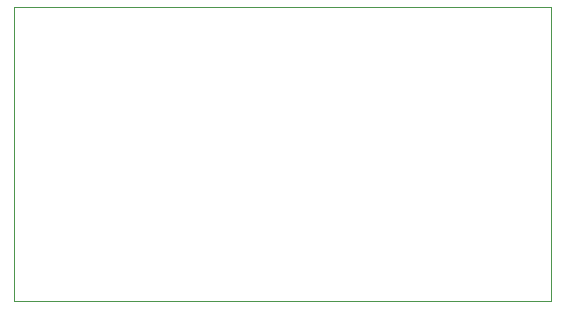
<source format=gko>
G04 #@! TF.GenerationSoftware,KiCad,Pcbnew,(5.1.0-0)*
G04 #@! TF.CreationDate,2019-04-21T16:41:31+03:00*
G04 #@! TF.ProjectId,ovms-swcan-dongle,6f766d73-2d73-4776-9361-6e2d646f6e67,rev?*
G04 #@! TF.SameCoordinates,Original*
G04 #@! TF.FileFunction,Profile,NP*
%FSLAX46Y46*%
G04 Gerber Fmt 4.6, Leading zero omitted, Abs format (unit mm)*
G04 Created by KiCad (PCBNEW (5.1.0-0)) date 2019-04-21 16:41:31*
%MOMM*%
%LPD*%
G04 APERTURE LIST*
%ADD10C,0.050000*%
G04 APERTURE END LIST*
D10*
X12827000Y-36957000D02*
X12827000Y-12065000D01*
X58293000Y-36957000D02*
X12827000Y-36957000D01*
X58293000Y-12065000D02*
X58293000Y-36957000D01*
X12827000Y-12065000D02*
X58293000Y-12065000D01*
M02*

</source>
